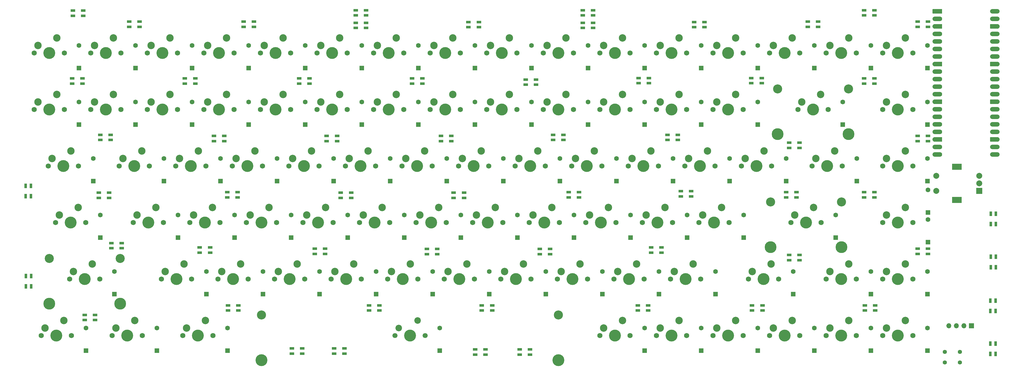
<source format=gbr>
%TF.GenerationSoftware,KiCad,Pcbnew,9.0.2*%
%TF.CreationDate,2025-07-28T10:47:06-04:00*%
%TF.ProjectId,Riptide,52697074-6964-4652-9e6b-696361645f70,rev?*%
%TF.SameCoordinates,Original*%
%TF.FileFunction,Soldermask,Top*%
%TF.FilePolarity,Negative*%
%FSLAX46Y46*%
G04 Gerber Fmt 4.6, Leading zero omitted, Abs format (unit mm)*
G04 Created by KiCad (PCBNEW 9.0.2) date 2025-07-28 10:47:06*
%MOMM*%
%LPD*%
G01*
G04 APERTURE LIST*
G04 Aperture macros list*
%AMRoundRect*
0 Rectangle with rounded corners*
0 $1 Rounding radius*
0 $2 $3 $4 $5 $6 $7 $8 $9 X,Y pos of 4 corners*
0 Add a 4 corners polygon primitive as box body*
4,1,4,$2,$3,$4,$5,$6,$7,$8,$9,$2,$3,0*
0 Add four circle primitives for the rounded corners*
1,1,$1+$1,$2,$3*
1,1,$1+$1,$4,$5*
1,1,$1+$1,$6,$7*
1,1,$1+$1,$8,$9*
0 Add four rect primitives between the rounded corners*
20,1,$1+$1,$2,$3,$4,$5,0*
20,1,$1+$1,$4,$5,$6,$7,0*
20,1,$1+$1,$6,$7,$8,$9,0*
20,1,$1+$1,$8,$9,$2,$3,0*%
%AMFreePoly0*
4,1,37,0.800000,0.796148,0.878414,0.796148,1.032228,0.765552,1.177117,0.705537,1.307515,0.618408,1.418408,0.507515,1.505537,0.377117,1.565552,0.232228,1.596148,0.078414,1.596148,-0.078414,1.565552,-0.232228,1.505537,-0.377117,1.418408,-0.507515,1.307515,-0.618408,1.177117,-0.705537,1.032228,-0.765552,0.878414,-0.796148,0.800000,-0.796148,0.800000,-0.800000,-1.400000,-0.800000,
-1.403843,-0.796157,-1.439018,-0.796157,-1.511114,-0.766294,-1.566294,-0.711114,-1.596157,-0.639018,-1.596157,-0.603843,-1.600000,-0.600000,-1.600000,0.600000,-1.596157,0.603843,-1.596157,0.639018,-1.566294,0.711114,-1.511114,0.766294,-1.439018,0.796157,-1.403843,0.796157,-1.400000,0.800000,0.800000,0.800000,0.800000,0.796148,0.800000,0.796148,$1*%
%AMFreePoly1*
4,1,37,1.403843,0.796157,1.439018,0.796157,1.511114,0.766294,1.566294,0.711114,1.596157,0.639018,1.596157,0.603843,1.600000,0.600000,1.600000,-0.600000,1.596157,-0.603843,1.596157,-0.639018,1.566294,-0.711114,1.511114,-0.766294,1.439018,-0.796157,1.403843,-0.796157,1.400000,-0.800000,-0.800000,-0.800000,-0.800000,-0.796148,-0.878414,-0.796148,-1.032228,-0.765552,-1.177117,-0.705537,
-1.307515,-0.618408,-1.418408,-0.507515,-1.505537,-0.377117,-1.565552,-0.232228,-1.596148,-0.078414,-1.596148,0.078414,-1.565552,0.232228,-1.505537,0.377117,-1.418408,0.507515,-1.307515,0.618408,-1.177117,0.705537,-1.032228,0.765552,-0.878414,0.796148,-0.800000,0.796148,-0.800000,0.800000,1.400000,0.800000,1.403843,0.796157,1.403843,0.796157,$1*%
%AMFreePoly2*
4,1,37,0.603843,0.796157,0.639018,0.796157,0.711114,0.766294,0.766294,0.711114,0.796157,0.639018,0.796157,0.603843,0.800000,0.600000,0.800000,-0.600000,0.796157,-0.603843,0.796157,-0.639018,0.766294,-0.711114,0.711114,-0.766294,0.639018,-0.796157,0.603843,-0.796157,0.600000,-0.800000,0.000000,-0.800000,0.000000,-0.796148,-0.078414,-0.796148,-0.232228,-0.765552,-0.377117,-0.705537,
-0.507515,-0.618408,-0.618408,-0.507515,-0.705537,-0.377117,-0.765552,-0.232228,-0.796148,-0.078414,-0.796148,0.078414,-0.765552,0.232228,-0.705537,0.377117,-0.618408,0.507515,-0.507515,0.618408,-0.377117,0.705537,-0.232228,0.765552,-0.078414,0.796148,0.000000,0.796148,0.000000,0.800000,0.600000,0.800000,0.603843,0.796157,0.603843,0.796157,$1*%
%AMFreePoly3*
4,1,37,0.000000,0.796148,0.078414,0.796148,0.232228,0.765552,0.377117,0.705537,0.507515,0.618408,0.618408,0.507515,0.705537,0.377117,0.765552,0.232228,0.796148,0.078414,0.796148,-0.078414,0.765552,-0.232228,0.705537,-0.377117,0.618408,-0.507515,0.507515,-0.618408,0.377117,-0.705537,0.232228,-0.765552,0.078414,-0.796148,0.000000,-0.796148,0.000000,-0.800000,-0.600000,-0.800000,
-0.603843,-0.796157,-0.639018,-0.796157,-0.711114,-0.766294,-0.766294,-0.711114,-0.796157,-0.639018,-0.796157,-0.603843,-0.800000,-0.600000,-0.800000,0.600000,-0.796157,0.603843,-0.796157,0.639018,-0.766294,0.711114,-0.711114,0.766294,-0.639018,0.796157,-0.603843,0.796157,-0.600000,0.800000,0.000000,0.800000,0.000000,0.796148,0.000000,0.796148,$1*%
G04 Aperture macros list end*
%ADD10C,3.048000*%
%ADD11C,3.987800*%
%ADD12C,1.750000*%
%ADD13C,4.000000*%
%ADD14C,2.500000*%
%ADD15RoundRect,0.250000X0.550000X-0.550000X0.550000X0.550000X-0.550000X0.550000X-0.550000X-0.550000X0*%
%ADD16C,1.600000*%
%ADD17C,1.400000*%
%ADD18R,1.600000X0.850000*%
%ADD19R,0.850000X1.600000*%
%ADD20R,2.000000X2.000000*%
%ADD21C,2.000000*%
%ADD22R,3.200000X2.000000*%
%ADD23C,3.050000*%
%ADD24C,1.700000*%
%ADD25C,2.200000*%
%ADD26FreePoly0,0.000000*%
%ADD27RoundRect,0.200000X-0.600000X-0.600000X0.600000X-0.600000X0.600000X0.600000X-0.600000X0.600000X0*%
%ADD28RoundRect,0.800000X-0.800000X-0.000010X0.800000X-0.000010X0.800000X0.000010X-0.800000X0.000010X0*%
%ADD29FreePoly1,0.000000*%
%ADD30FreePoly2,0.000000*%
%ADD31FreePoly3,0.000000*%
%ADD32R,1.700000X1.700000*%
%ADD33O,1.700000X1.700000*%
G04 APERTURE END LIST*
D10*
%TO.C,SW59*%
X280955750Y-88265000D03*
D11*
X280955750Y-103475000D03*
D12*
X287813750Y-95250000D03*
D13*
X292893750Y-95250000D03*
D12*
X297973750Y-95250000D03*
D10*
X304831750Y-88265000D03*
D11*
X304831750Y-103475000D03*
D14*
X289083750Y-92710000D03*
X295433750Y-90170000D03*
%TD*%
D10*
%TO.C,SW61*%
X38068250Y-107315000D03*
D11*
X38068250Y-122525000D03*
D12*
X44926250Y-114300000D03*
D13*
X50006250Y-114300000D03*
D12*
X55086250Y-114300000D03*
D10*
X61944250Y-107315000D03*
D11*
X61944250Y-122525000D03*
D14*
X46196250Y-111760000D03*
X52546250Y-109220000D03*
%TD*%
D10*
%TO.C,SW30*%
X283337000Y-50165000D03*
D11*
X283337000Y-65375000D03*
D12*
X290195000Y-57150000D03*
D13*
X295275000Y-57150000D03*
D12*
X300355000Y-57150000D03*
D10*
X307213000Y-50165000D03*
D11*
X307213000Y-65375000D03*
D14*
X291465000Y-54610000D03*
X297815000Y-52070000D03*
%TD*%
D15*
%TO.C,D24*%
X76675000Y-81200000D03*
D16*
X76675000Y-73580000D03*
%TD*%
D17*
%TO.C,R2*%
X344740000Y-138800000D03*
X339660000Y-138800000D03*
%TD*%
D18*
%TO.C,LED45*%
X286250000Y-85000000D03*
X286250000Y-86750000D03*
X289750000Y-86750000D03*
X289750000Y-85000000D03*
%TD*%
%TO.C,LED25*%
X122250000Y-46625000D03*
X122250000Y-48375000D03*
X125750000Y-48375000D03*
X125750000Y-46625000D03*
%TD*%
D12*
%TO.C,SW33*%
X61595000Y-76200000D03*
D13*
X66675000Y-76200000D03*
D12*
X71755000Y-76200000D03*
D14*
X62865000Y-73660000D03*
X69215000Y-71120000D03*
%TD*%
D18*
%TO.C,LED7*%
X144750000Y-25375000D03*
X144750000Y-23625000D03*
X141250000Y-23625000D03*
X141250000Y-25375000D03*
%TD*%
D12*
%TO.C,SW63*%
X94932500Y-114300000D03*
D13*
X100012500Y-114300000D03*
D12*
X105092500Y-114300000D03*
D14*
X96202500Y-111760000D03*
X102552500Y-109220000D03*
%TD*%
D18*
%TO.C,LED37*%
X93500000Y-66000000D03*
X93500000Y-67750000D03*
X97000000Y-67750000D03*
X97000000Y-66000000D03*
%TD*%
D15*
%TO.C,D116*%
X333850000Y-43100000D03*
D16*
X333850000Y-35480000D03*
%TD*%
D12*
%TO.C,SW10*%
X204470000Y-38100000D03*
D13*
X209550000Y-38100000D03*
D12*
X214630000Y-38100000D03*
D14*
X205740000Y-35560000D03*
X212090000Y-33020000D03*
%TD*%
D12*
%TO.C,SW77*%
X83026250Y-133350000D03*
D13*
X88106250Y-133350000D03*
D12*
X93186250Y-133350000D03*
D14*
X84296250Y-130810000D03*
X90646250Y-128270000D03*
%TD*%
D18*
%TO.C,LED46*%
X312500000Y-85000000D03*
X312500000Y-86750000D03*
X316000000Y-86750000D03*
X316000000Y-85000000D03*
%TD*%
%TO.C,LED48*%
X287250000Y-106125000D03*
X287250000Y-107875000D03*
X290750000Y-107875000D03*
X290750000Y-106125000D03*
%TD*%
D12*
%TO.C,SW53*%
X161607500Y-95250000D03*
D13*
X166687500Y-95250000D03*
D12*
X171767500Y-95250000D03*
D14*
X162877500Y-92710000D03*
X169227500Y-90170000D03*
%TD*%
D15*
%TO.C,D73*%
X333850000Y-62150000D03*
D16*
X333850000Y-54530000D03*
%TD*%
D17*
%TO.C,R1*%
X344740000Y-142400000D03*
X339660000Y-142400000D03*
%TD*%
D15*
%TO.C,D76*%
X110012500Y-119300000D03*
D16*
X110012500Y-111680000D03*
%TD*%
D15*
%TO.C,D61*%
X334000000Y-91810000D03*
D16*
X334000000Y-84190000D03*
%TD*%
D12*
%TO.C,SW34*%
X80645000Y-76200000D03*
D13*
X85725000Y-76200000D03*
D12*
X90805000Y-76200000D03*
D14*
X81915000Y-73660000D03*
X88265000Y-71120000D03*
%TD*%
D15*
%TO.C,D53*%
X50481250Y-138350000D03*
D16*
X50481250Y-130730000D03*
%TD*%
D18*
%TO.C,LED59*%
X236250000Y-123125000D03*
X236250000Y-124875000D03*
X239750000Y-124875000D03*
X239750000Y-123125000D03*
%TD*%
D15*
%TO.C,D117*%
X181450000Y-62150000D03*
D16*
X181450000Y-54530000D03*
%TD*%
D15*
%TO.C,D18*%
X143350000Y-62150000D03*
D16*
X143350000Y-54530000D03*
%TD*%
D18*
%TO.C,LED11*%
X119750000Y-137625000D03*
X119750000Y-139375000D03*
X123250000Y-139375000D03*
X123250000Y-137625000D03*
%TD*%
%TO.C,LED53*%
X88750000Y-103625000D03*
X88750000Y-105375000D03*
X92250000Y-105375000D03*
X92250000Y-103625000D03*
%TD*%
%TO.C,LED44*%
X250750000Y-84625000D03*
X250750000Y-86375000D03*
X254250000Y-86375000D03*
X254250000Y-84625000D03*
%TD*%
D15*
%TO.C,D30*%
X248125000Y-81200000D03*
D16*
X248125000Y-73580000D03*
%TD*%
D15*
%TO.C,D26*%
X114775000Y-81200000D03*
D16*
X114775000Y-73580000D03*
%TD*%
D12*
%TO.C,SW13*%
X261620000Y-38100000D03*
D13*
X266700000Y-38100000D03*
D12*
X271780000Y-38100000D03*
D14*
X262890000Y-35560000D03*
X269240000Y-33020000D03*
%TD*%
D12*
%TO.C,SW51*%
X123507500Y-95250000D03*
D13*
X128587500Y-95250000D03*
D12*
X133667500Y-95250000D03*
D14*
X124777500Y-92710000D03*
X131127500Y-90170000D03*
%TD*%
D12*
%TO.C,SW44*%
X271145000Y-76200000D03*
D13*
X276225000Y-76200000D03*
D12*
X281305000Y-76200000D03*
D14*
X272415000Y-73660000D03*
X278765000Y-71120000D03*
%TD*%
D12*
%TO.C,SW1*%
X33020000Y-38100000D03*
D13*
X38100000Y-38100000D03*
D12*
X43180000Y-38100000D03*
D14*
X34290000Y-35560000D03*
X40640000Y-33020000D03*
%TD*%
D18*
%TO.C,LED26*%
X160250000Y-46625000D03*
X160250000Y-48375000D03*
X163750000Y-48375000D03*
X163750000Y-46625000D03*
%TD*%
D15*
%TO.C,D62*%
X195737500Y-100250000D03*
D16*
X195737500Y-92630000D03*
%TD*%
D12*
%TO.C,SW22*%
X128270000Y-57150000D03*
D13*
X133350000Y-57150000D03*
D12*
X138430000Y-57150000D03*
D14*
X129540000Y-54610000D03*
X135890000Y-52070000D03*
%TD*%
D15*
%TO.C,D50*%
X171925000Y-81200000D03*
D16*
X171925000Y-73580000D03*
%TD*%
D15*
%TO.C,D34*%
X305275000Y-62150000D03*
D16*
X305275000Y-54530000D03*
%TD*%
D15*
%TO.C,D42*%
X302893750Y-100250000D03*
D16*
X302893750Y-92630000D03*
%TD*%
D18*
%TO.C,LED16*%
X293500000Y-27500000D03*
X293500000Y-29250000D03*
X297000000Y-29250000D03*
X297000000Y-27500000D03*
%TD*%
D12*
%TO.C,SW43*%
X252095000Y-76200000D03*
D13*
X257175000Y-76200000D03*
D12*
X262255000Y-76200000D03*
D14*
X253365000Y-73660000D03*
X259715000Y-71120000D03*
%TD*%
D15*
%TO.C,D19*%
X200500000Y-62150000D03*
D16*
X200500000Y-54530000D03*
%TD*%
D19*
%TO.C,LED4*%
X355125000Y-95750000D03*
X356875000Y-95750000D03*
X356875000Y-92250000D03*
X355125000Y-92250000D03*
%TD*%
D18*
%TO.C,LED33*%
X246250000Y-65625000D03*
X246250000Y-67375000D03*
X249750000Y-67375000D03*
X249750000Y-65625000D03*
%TD*%
%TO.C,LED61*%
X312750000Y-123125000D03*
X312750000Y-124875000D03*
X316250000Y-124875000D03*
X316250000Y-123125000D03*
%TD*%
D15*
%TO.C,D31*%
X267175000Y-81200000D03*
D16*
X267175000Y-73580000D03*
%TD*%
D12*
%TO.C,SW37*%
X137795000Y-76200000D03*
D13*
X142875000Y-76200000D03*
D12*
X147955000Y-76200000D03*
D14*
X139065000Y-73660000D03*
X145415000Y-71120000D03*
%TD*%
D12*
%TO.C,SW31*%
X318770000Y-57150000D03*
D13*
X323850000Y-57150000D03*
D12*
X328930000Y-57150000D03*
D14*
X320040000Y-54610000D03*
X326390000Y-52070000D03*
%TD*%
D18*
%TO.C,LED32*%
X287250000Y-68325000D03*
X287250000Y-70075000D03*
X290750000Y-70075000D03*
X290750000Y-68325000D03*
%TD*%
D12*
%TO.C,SW69*%
X209232500Y-114300000D03*
D13*
X214312500Y-114300000D03*
D12*
X219392500Y-114300000D03*
D14*
X210502500Y-111760000D03*
X216852500Y-109220000D03*
%TD*%
D15*
%TO.C,D123*%
X288606250Y-119300000D03*
D16*
X288606250Y-111680000D03*
%TD*%
D18*
%TO.C,LED55*%
X50000000Y-126325000D03*
X50000000Y-128075000D03*
X53500000Y-128075000D03*
X53500000Y-126325000D03*
%TD*%
%TO.C,LED22*%
X65000000Y-27500000D03*
X65000000Y-29250000D03*
X68500000Y-29250000D03*
X68500000Y-27500000D03*
%TD*%
D12*
%TO.C,SW64*%
X113982500Y-114300000D03*
D13*
X119062500Y-114300000D03*
D12*
X124142500Y-114300000D03*
D14*
X115252500Y-111760000D03*
X121602500Y-109220000D03*
%TD*%
D15*
%TO.C,D48*%
X205262500Y-119300000D03*
D16*
X205262500Y-111680000D03*
%TD*%
D18*
%TO.C,LED49*%
X240750000Y-103625000D03*
X240750000Y-105375000D03*
X244250000Y-105375000D03*
X244250000Y-103625000D03*
%TD*%
D15*
%TO.C,D106*%
X238600000Y-138350000D03*
D16*
X238600000Y-130730000D03*
%TD*%
D12*
%TO.C,SW75*%
X35401250Y-133350000D03*
D13*
X40481250Y-133350000D03*
D12*
X45561250Y-133350000D03*
D14*
X36671250Y-130810000D03*
X43021250Y-128270000D03*
%TD*%
D15*
%TO.C,D20*%
X219550000Y-62150000D03*
D16*
X219550000Y-54530000D03*
%TD*%
D12*
%TO.C,SW54*%
X180657500Y-95250000D03*
D13*
X185737500Y-95250000D03*
D12*
X190817500Y-95250000D03*
D14*
X181927500Y-92710000D03*
X188277500Y-90170000D03*
%TD*%
D15*
%TO.C,D1*%
X48100000Y-43100000D03*
D16*
X48100000Y-35480000D03*
%TD*%
D18*
%TO.C,LED36*%
X131500000Y-66000000D03*
X131500000Y-67750000D03*
X135000000Y-67750000D03*
X135000000Y-66000000D03*
%TD*%
D15*
%TO.C,D97*%
X162400000Y-43100000D03*
D16*
X162400000Y-35480000D03*
%TD*%
D15*
%TO.C,D68*%
X90962500Y-119300000D03*
D16*
X90962500Y-111680000D03*
%TD*%
D12*
%TO.C,SW17*%
X33020000Y-57150000D03*
D13*
X38100000Y-57150000D03*
D12*
X43180000Y-57150000D03*
D14*
X34290000Y-54610000D03*
X40640000Y-52070000D03*
%TD*%
D18*
%TO.C,LED14*%
X196500000Y-138000000D03*
X196500000Y-139750000D03*
X200000000Y-139750000D03*
X200000000Y-138000000D03*
%TD*%
D19*
%TO.C,LED9*%
X31875000Y-82822500D03*
X30125000Y-82822500D03*
X30125000Y-86322500D03*
X31875000Y-86322500D03*
%TD*%
D15*
%TO.C,D75*%
X214787500Y-100250000D03*
D16*
X214787500Y-92630000D03*
%TD*%
D12*
%TO.C,SW81*%
X261620000Y-133350000D03*
D13*
X266700000Y-133350000D03*
D12*
X271780000Y-133350000D03*
D14*
X262890000Y-130810000D03*
X269240000Y-128270000D03*
%TD*%
D15*
%TO.C,D115*%
X181450000Y-43100000D03*
D16*
X181450000Y-35480000D03*
%TD*%
D12*
%TO.C,SW7*%
X147320000Y-38100000D03*
D13*
X152400000Y-38100000D03*
D12*
X157480000Y-38100000D03*
D14*
X148590000Y-35560000D03*
X154940000Y-33020000D03*
%TD*%
D18*
%TO.C,LED42*%
X174250000Y-85125000D03*
X174250000Y-86875000D03*
X177750000Y-86875000D03*
X177750000Y-85125000D03*
%TD*%
%TO.C,LED23*%
X45750000Y-46625000D03*
X45750000Y-48375000D03*
X49250000Y-48375000D03*
X49250000Y-46625000D03*
%TD*%
D15*
%TO.C,D45*%
X148112500Y-119300000D03*
D16*
X148112500Y-111680000D03*
%TD*%
D18*
%TO.C,LED24*%
X83750000Y-46625000D03*
X83750000Y-48375000D03*
X87250000Y-48375000D03*
X87250000Y-46625000D03*
%TD*%
D12*
%TO.C,SW52*%
X142557500Y-95250000D03*
D13*
X147637500Y-95250000D03*
D12*
X152717500Y-95250000D03*
D14*
X143827500Y-92710000D03*
X150177500Y-90170000D03*
%TD*%
D18*
%TO.C,LED18*%
X217750000Y-27875000D03*
X217750000Y-29625000D03*
X221250000Y-29625000D03*
X221250000Y-27875000D03*
%TD*%
%TO.C,LED30*%
X312500000Y-46625000D03*
X312500000Y-48375000D03*
X316000000Y-48375000D03*
X316000000Y-46625000D03*
%TD*%
D15*
%TO.C,D124*%
X257650000Y-138350000D03*
D16*
X257650000Y-130730000D03*
%TD*%
D18*
%TO.C,LED43*%
X213000000Y-85000000D03*
X213000000Y-86750000D03*
X216500000Y-86750000D03*
X216500000Y-85000000D03*
%TD*%
D12*
%TO.C,SW82*%
X280670000Y-133350000D03*
D13*
X285750000Y-133350000D03*
D12*
X290830000Y-133350000D03*
D14*
X281940000Y-130810000D03*
X288290000Y-128270000D03*
%TD*%
D12*
%TO.C,SW72*%
X273526250Y-114300000D03*
D13*
X278606250Y-114300000D03*
D12*
X283686250Y-114300000D03*
D14*
X274796250Y-111760000D03*
X281146250Y-109220000D03*
%TD*%
D18*
%TO.C,LED28*%
X236500000Y-46500000D03*
X236500000Y-48250000D03*
X240000000Y-48250000D03*
X240000000Y-46500000D03*
%TD*%
D12*
%TO.C,SW79*%
X223520000Y-133350000D03*
D13*
X228600000Y-133350000D03*
D12*
X233680000Y-133350000D03*
D14*
X224790000Y-130810000D03*
X231140000Y-128270000D03*
%TD*%
D18*
%TO.C,LED15*%
X330500000Y-27500000D03*
X330500000Y-29250000D03*
X334000000Y-29250000D03*
X334000000Y-27500000D03*
%TD*%
D12*
%TO.C,SW21*%
X109220000Y-57150000D03*
D13*
X114300000Y-57150000D03*
D12*
X119380000Y-57150000D03*
D14*
X110490000Y-54610000D03*
X116840000Y-52070000D03*
%TD*%
D15*
%TO.C,D7*%
X200500000Y-43100000D03*
D16*
X200500000Y-35480000D03*
%TD*%
D15*
%TO.C,D32*%
X286225000Y-81200000D03*
D16*
X286225000Y-73580000D03*
%TD*%
D12*
%TO.C,SW6*%
X128270000Y-38100000D03*
D13*
X133350000Y-38100000D03*
D12*
X138430000Y-38100000D03*
D14*
X129540000Y-35560000D03*
X135890000Y-33020000D03*
%TD*%
D19*
%TO.C,LED1*%
X355000000Y-139500000D03*
X356750000Y-139500000D03*
X356750000Y-136000000D03*
X355000000Y-136000000D03*
%TD*%
D18*
%TO.C,LED47*%
X330500000Y-104000000D03*
X330500000Y-105750000D03*
X334000000Y-105750000D03*
X334000000Y-104000000D03*
%TD*%
D15*
%TO.C,D2*%
X67150000Y-43100000D03*
D16*
X67150000Y-35480000D03*
%TD*%
D15*
%TO.C,D46*%
X167162500Y-119300000D03*
D16*
X167162500Y-111680000D03*
%TD*%
D12*
%TO.C,SW45*%
X294957500Y-76200000D03*
D13*
X300037500Y-76200000D03*
D12*
X305117500Y-76200000D03*
D14*
X296227500Y-73660000D03*
X302577500Y-71120000D03*
%TD*%
D12*
%TO.C,SW5*%
X109220000Y-38100000D03*
D13*
X114300000Y-38100000D03*
D12*
X119380000Y-38100000D03*
D14*
X110490000Y-35560000D03*
X116840000Y-33020000D03*
%TD*%
D15*
%TO.C,D119*%
X210025000Y-81200000D03*
D16*
X210025000Y-73580000D03*
%TD*%
D12*
%TO.C,SW57*%
X237807500Y-95250000D03*
D13*
X242887500Y-95250000D03*
D12*
X247967500Y-95250000D03*
D14*
X239077500Y-92710000D03*
X245427500Y-90170000D03*
%TD*%
D18*
%TO.C,LED31*%
X330500000Y-66000000D03*
X330500000Y-67750000D03*
X334000000Y-67750000D03*
X334000000Y-66000000D03*
%TD*%
D15*
%TO.C,D13*%
X48100000Y-62150000D03*
D16*
X48100000Y-54530000D03*
%TD*%
D15*
%TO.C,D47*%
X186212500Y-119300000D03*
D16*
X186212500Y-111680000D03*
%TD*%
D12*
%TO.C,SW58*%
X256857500Y-95250000D03*
D13*
X261937500Y-95250000D03*
D12*
X267017500Y-95250000D03*
D14*
X258127500Y-92710000D03*
X264477500Y-90170000D03*
%TD*%
D12*
%TO.C,SW83*%
X299720000Y-133350000D03*
D13*
X304800000Y-133350000D03*
D12*
X309880000Y-133350000D03*
D14*
X300990000Y-130810000D03*
X307340000Y-128270000D03*
%TD*%
D12*
%TO.C,SW84*%
X318770000Y-133350000D03*
D13*
X323850000Y-133350000D03*
D12*
X328930000Y-133350000D03*
D14*
X320040000Y-130810000D03*
X326390000Y-128270000D03*
%TD*%
D12*
%TO.C,SW48*%
X66357500Y-95250000D03*
D13*
X71437500Y-95250000D03*
D12*
X76517500Y-95250000D03*
D14*
X67627500Y-92710000D03*
X73977500Y-90170000D03*
%TD*%
D19*
%TO.C,LED3*%
X355125000Y-110250000D03*
X356875000Y-110250000D03*
X356875000Y-106750000D03*
X355125000Y-106750000D03*
%TD*%
D20*
%TO.C,SW85*%
X351250000Y-84500000D03*
D21*
X351250000Y-79500000D03*
X351250000Y-82000000D03*
D22*
X343750000Y-87600000D03*
X343750000Y-76400000D03*
D21*
X336750000Y-79500000D03*
X336750000Y-84500000D03*
%TD*%
D15*
%TO.C,D121*%
X233837500Y-100250000D03*
D16*
X233837500Y-92630000D03*
%TD*%
D15*
%TO.C,D35*%
X100487500Y-100250000D03*
D16*
X100487500Y-92630000D03*
%TD*%
D12*
%TO.C,SW68*%
X190182500Y-114300000D03*
D13*
X195262500Y-114300000D03*
D12*
X200342500Y-114300000D03*
D14*
X191452500Y-111760000D03*
X197802500Y-109220000D03*
%TD*%
D15*
%TO.C,D51*%
X314800000Y-119300000D03*
D16*
X314800000Y-111680000D03*
%TD*%
D15*
%TO.C,D28*%
X152875000Y-81200000D03*
D16*
X152875000Y-73580000D03*
%TD*%
D12*
%TO.C,SW28*%
X242570000Y-57150000D03*
D13*
X247650000Y-57150000D03*
D12*
X252730000Y-57150000D03*
D14*
X243840000Y-54610000D03*
X250190000Y-52070000D03*
%TD*%
D19*
%TO.C,LED2*%
X355000000Y-125000000D03*
X356750000Y-125000000D03*
X356750000Y-121500000D03*
X355000000Y-121500000D03*
%TD*%
D12*
%TO.C,SW8*%
X166370000Y-38100000D03*
D13*
X171450000Y-38100000D03*
D12*
X176530000Y-38100000D03*
D14*
X167640000Y-35560000D03*
X173990000Y-33020000D03*
%TD*%
D15*
%TO.C,D11*%
X276700000Y-43100000D03*
D16*
X276700000Y-35480000D03*
%TD*%
D18*
%TO.C,LED8*%
X49500000Y-25500000D03*
X49500000Y-23750000D03*
X46000000Y-23750000D03*
X46000000Y-25500000D03*
%TD*%
D12*
%TO.C,SW16*%
X318770000Y-38100000D03*
D13*
X323850000Y-38100000D03*
D12*
X328930000Y-38100000D03*
D14*
X320040000Y-35560000D03*
X326390000Y-33020000D03*
%TD*%
D15*
%TO.C,D17*%
X124300000Y-62150000D03*
D16*
X124300000Y-54530000D03*
%TD*%
D15*
%TO.C,D43*%
X334000000Y-101810000D03*
D16*
X334000000Y-94190000D03*
%TD*%
D15*
%TO.C,D16*%
X105250000Y-62150000D03*
D16*
X105250000Y-54530000D03*
%TD*%
D15*
%TO.C,D85*%
X169543750Y-138350000D03*
D16*
X169543750Y-130730000D03*
%TD*%
D15*
%TO.C,D12*%
X295750000Y-43100000D03*
D16*
X295750000Y-35480000D03*
%TD*%
D12*
%TO.C,SW15*%
X299720000Y-38100000D03*
D13*
X304800000Y-38100000D03*
D12*
X309880000Y-38100000D03*
D14*
X300990000Y-35560000D03*
X307340000Y-33020000D03*
%TD*%
D12*
%TO.C,SW76*%
X59213750Y-133350000D03*
D13*
X64293750Y-133350000D03*
D12*
X69373750Y-133350000D03*
D14*
X60483750Y-130810000D03*
X66833750Y-128270000D03*
%TD*%
D15*
%TO.C,D41*%
X271937500Y-100250000D03*
D16*
X271937500Y-92630000D03*
%TD*%
D15*
%TO.C,D102*%
X55243750Y-100250000D03*
D16*
X55243750Y-92630000D03*
%TD*%
D12*
%TO.C,SW25*%
X185420000Y-57150000D03*
D13*
X190500000Y-57150000D03*
D12*
X195580000Y-57150000D03*
D14*
X186690000Y-54610000D03*
X193040000Y-52070000D03*
%TD*%
D15*
%TO.C,D21*%
X238600000Y-62150000D03*
D16*
X238600000Y-54530000D03*
%TD*%
D12*
%TO.C,SW62*%
X75882500Y-114300000D03*
D13*
X80962500Y-114300000D03*
D12*
X86042500Y-114300000D03*
D14*
X77152500Y-111760000D03*
X83502500Y-109220000D03*
%TD*%
D15*
%TO.C,D79*%
X243362500Y-119300000D03*
D16*
X243362500Y-111680000D03*
%TD*%
D12*
%TO.C,SW55*%
X199707500Y-95250000D03*
D13*
X204787500Y-95250000D03*
D12*
X209867500Y-95250000D03*
D14*
X200977500Y-92710000D03*
X207327500Y-90170000D03*
%TD*%
D15*
%TO.C,D74*%
X190975000Y-81200000D03*
D16*
X190975000Y-73580000D03*
%TD*%
D12*
%TO.C,SW49*%
X85407500Y-95250000D03*
D13*
X90487500Y-95250000D03*
D12*
X95567500Y-95250000D03*
D14*
X86677500Y-92710000D03*
X93027500Y-90170000D03*
%TD*%
D15*
%TO.C,D118*%
X52862500Y-81200000D03*
D16*
X52862500Y-73580000D03*
%TD*%
D15*
%TO.C,D9*%
X238600000Y-43100000D03*
D16*
X238600000Y-35480000D03*
%TD*%
D12*
%TO.C,SW38*%
X156845000Y-76200000D03*
D13*
X161925000Y-76200000D03*
D12*
X167005000Y-76200000D03*
D14*
X158115000Y-73660000D03*
X164465000Y-71120000D03*
%TD*%
D18*
%TO.C,LED17*%
X255250000Y-27625000D03*
X255250000Y-29375000D03*
X258750000Y-29375000D03*
X258750000Y-27625000D03*
%TD*%
%TO.C,LED54*%
X59000000Y-102125000D03*
X59000000Y-103875000D03*
X62500000Y-103875000D03*
X62500000Y-102125000D03*
%TD*%
D12*
%TO.C,SW29*%
X261620000Y-57150000D03*
D13*
X266700000Y-57150000D03*
D12*
X271780000Y-57150000D03*
D14*
X262890000Y-54610000D03*
X269240000Y-52070000D03*
%TD*%
D12*
%TO.C,SW71*%
X247332500Y-114300000D03*
D13*
X252412500Y-114300000D03*
D12*
X257492500Y-114300000D03*
D14*
X248602500Y-111760000D03*
X254952500Y-109220000D03*
%TD*%
D15*
%TO.C,D55*%
X98106250Y-138350000D03*
D16*
X98106250Y-130730000D03*
%TD*%
D18*
%TO.C,LED20*%
X141250000Y-27875000D03*
X141250000Y-29625000D03*
X144750000Y-29625000D03*
X144750000Y-27875000D03*
%TD*%
D15*
%TO.C,D60*%
X333850000Y-138350000D03*
D16*
X333850000Y-130730000D03*
%TD*%
D12*
%TO.C,SW14*%
X280670000Y-38100000D03*
D13*
X285750000Y-38100000D03*
D12*
X290830000Y-38100000D03*
D14*
X281940000Y-35560000D03*
X288290000Y-33020000D03*
%TD*%
D12*
%TO.C,SW27*%
X223520000Y-57150000D03*
D13*
X228600000Y-57150000D03*
D12*
X233680000Y-57150000D03*
D14*
X224790000Y-54610000D03*
X231140000Y-52070000D03*
%TD*%
D18*
%TO.C,LED39*%
X54750000Y-85125000D03*
X54750000Y-86875000D03*
X58250000Y-86875000D03*
X58250000Y-85125000D03*
%TD*%
D12*
%TO.C,SW65*%
X133032500Y-114300000D03*
D13*
X138112500Y-114300000D03*
D12*
X143192500Y-114300000D03*
D14*
X134302500Y-111760000D03*
X140652500Y-109220000D03*
%TD*%
D12*
%TO.C,SW40*%
X194945000Y-76200000D03*
D13*
X200025000Y-76200000D03*
D12*
X205105000Y-76200000D03*
D14*
X196215000Y-73660000D03*
X202565000Y-71120000D03*
%TD*%
D23*
%TO.C,SW78*%
X109543750Y-126350000D03*
D13*
X109543750Y-141590000D03*
D24*
X154463750Y-133350000D03*
D13*
X159543750Y-133350000D03*
D24*
X164623750Y-133350000D03*
D23*
X209543750Y-126350000D03*
D13*
X209543750Y-141590000D03*
D25*
X162083750Y-128270000D03*
X155733750Y-130810000D03*
%TD*%
D26*
%TO.C,A1*%
X337135000Y-23967500D03*
D27*
X337935000Y-23967500D03*
D28*
X337135000Y-26507500D03*
D16*
X337935000Y-26507500D03*
D29*
X337135000Y-29047500D03*
D30*
X337935000Y-29047500D03*
D28*
X337135000Y-31587500D03*
D16*
X337935000Y-31587500D03*
D28*
X337135000Y-34127500D03*
D16*
X337935000Y-34127500D03*
D28*
X337135000Y-36667500D03*
D16*
X337935000Y-36667500D03*
D28*
X337135000Y-39207500D03*
D16*
X337935000Y-39207500D03*
D29*
X337135000Y-41747500D03*
D30*
X337935000Y-41747500D03*
D28*
X337135000Y-44287500D03*
D16*
X337935000Y-44287500D03*
D28*
X337135000Y-46827500D03*
D16*
X337935000Y-46827500D03*
D28*
X337135000Y-49367500D03*
D16*
X337935000Y-49367500D03*
D28*
X337135000Y-51907500D03*
D16*
X337935000Y-51907500D03*
D29*
X337135000Y-54447500D03*
D30*
X337935000Y-54447500D03*
D28*
X337135000Y-56987500D03*
D16*
X337935000Y-56987500D03*
D28*
X337135000Y-59527500D03*
D16*
X337935000Y-59527500D03*
D28*
X337135000Y-62067500D03*
D16*
X337935000Y-62067500D03*
D28*
X337135000Y-64607500D03*
D16*
X337935000Y-64607500D03*
D29*
X337135000Y-67147500D03*
D30*
X337935000Y-67147500D03*
D28*
X337135000Y-69687500D03*
D16*
X337935000Y-69687500D03*
D28*
X337135000Y-72227500D03*
D16*
X337935000Y-72227500D03*
X355715000Y-72227500D03*
D28*
X356515000Y-72227500D03*
D16*
X355715000Y-69687500D03*
D28*
X356515000Y-69687500D03*
D31*
X355715000Y-67147500D03*
D26*
X356515000Y-67147500D03*
D16*
X355715000Y-64607500D03*
D28*
X356515000Y-64607500D03*
D16*
X355715000Y-62067500D03*
D28*
X356515000Y-62067500D03*
D16*
X355715000Y-59527500D03*
D28*
X356515000Y-59527500D03*
D16*
X355715000Y-56987500D03*
D28*
X356515000Y-56987500D03*
D31*
X355715000Y-54447500D03*
D26*
X356515000Y-54447500D03*
D16*
X355715000Y-51907500D03*
D28*
X356515000Y-51907500D03*
D16*
X355715000Y-49367500D03*
D28*
X356515000Y-49367500D03*
D16*
X355715000Y-46827500D03*
D28*
X356515000Y-46827500D03*
D16*
X355715000Y-44287500D03*
D28*
X356515000Y-44287500D03*
D31*
X355715000Y-41747500D03*
D26*
X356515000Y-41747500D03*
D16*
X355715000Y-39207500D03*
D28*
X356515000Y-39207500D03*
D16*
X355715000Y-36667500D03*
D28*
X356515000Y-36667500D03*
D16*
X355715000Y-34127500D03*
D28*
X356515000Y-34127500D03*
D16*
X355715000Y-31587500D03*
D28*
X356515000Y-31587500D03*
D31*
X355715000Y-29047500D03*
D26*
X356515000Y-29047500D03*
D16*
X355715000Y-26507500D03*
D28*
X356515000Y-26507500D03*
D16*
X355715000Y-23967500D03*
D28*
X356515000Y-23967500D03*
%TD*%
D18*
%TO.C,LED58*%
X183750000Y-123125000D03*
X183750000Y-124875000D03*
X187250000Y-124875000D03*
X187250000Y-123125000D03*
%TD*%
%TO.C,LED6*%
X221250000Y-25375000D03*
X221250000Y-23625000D03*
X217750000Y-23625000D03*
X217750000Y-25375000D03*
%TD*%
%TO.C,LED13*%
X181500000Y-138000000D03*
X181500000Y-139750000D03*
X185000000Y-139750000D03*
X185000000Y-138000000D03*
%TD*%
%TO.C,LED60*%
X274750000Y-123125000D03*
X274750000Y-124875000D03*
X278250000Y-124875000D03*
X278250000Y-123125000D03*
%TD*%
D12*
%TO.C,SW56*%
X218757500Y-95250000D03*
D13*
X223837500Y-95250000D03*
D12*
X228917500Y-95250000D03*
D14*
X220027500Y-92710000D03*
X226377500Y-90170000D03*
%TD*%
D12*
%TO.C,SW36*%
X118745000Y-76200000D03*
D13*
X123825000Y-76200000D03*
D12*
X128905000Y-76200000D03*
D14*
X120015000Y-73660000D03*
X126365000Y-71120000D03*
%TD*%
D15*
%TO.C,D44*%
X60006250Y-119300000D03*
D16*
X60006250Y-111680000D03*
%TD*%
D15*
%TO.C,D25*%
X95725000Y-81200000D03*
D16*
X95725000Y-73580000D03*
%TD*%
D12*
%TO.C,SW20*%
X90170000Y-57150000D03*
D13*
X95250000Y-57150000D03*
D12*
X100330000Y-57150000D03*
D14*
X91440000Y-54610000D03*
X97790000Y-52070000D03*
%TD*%
D15*
%TO.C,D54*%
X74293750Y-138350000D03*
D16*
X74293750Y-130730000D03*
%TD*%
D12*
%TO.C,SW18*%
X52070000Y-57150000D03*
D13*
X57150000Y-57150000D03*
D12*
X62230000Y-57150000D03*
D14*
X53340000Y-54610000D03*
X59690000Y-52070000D03*
%TD*%
D12*
%TO.C,SW3*%
X71120000Y-38100000D03*
D13*
X76200000Y-38100000D03*
D12*
X81280000Y-38100000D03*
D14*
X72390000Y-35560000D03*
X78740000Y-33020000D03*
%TD*%
D12*
%TO.C,SW47*%
X40163750Y-95250000D03*
D13*
X45243750Y-95250000D03*
D12*
X50323750Y-95250000D03*
D14*
X41433750Y-92710000D03*
X47783750Y-90170000D03*
%TD*%
D12*
%TO.C,SW24*%
X166370000Y-57150000D03*
D13*
X171450000Y-57150000D03*
D12*
X176530000Y-57150000D03*
D14*
X167640000Y-54610000D03*
X173990000Y-52070000D03*
%TD*%
D12*
%TO.C,SW39*%
X175895000Y-76200000D03*
D13*
X180975000Y-76200000D03*
D12*
X186055000Y-76200000D03*
D14*
X177165000Y-73660000D03*
X183515000Y-71120000D03*
%TD*%
D12*
%TO.C,SW67*%
X171132500Y-114300000D03*
D13*
X176212500Y-114300000D03*
D12*
X181292500Y-114300000D03*
D14*
X172402500Y-111760000D03*
X178752500Y-109220000D03*
%TD*%
D18*
%TO.C,LED29*%
X274500000Y-46500000D03*
X274500000Y-48250000D03*
X278000000Y-48250000D03*
X278000000Y-46500000D03*
%TD*%
D12*
%TO.C,SW35*%
X99695000Y-76200000D03*
D13*
X104775000Y-76200000D03*
D12*
X109855000Y-76200000D03*
D14*
X100965000Y-73660000D03*
X107315000Y-71120000D03*
%TD*%
D18*
%TO.C,LED35*%
X170000000Y-66000000D03*
X170000000Y-67750000D03*
X173500000Y-67750000D03*
X173500000Y-66000000D03*
%TD*%
D15*
%TO.C,D5*%
X124300000Y-43100000D03*
D16*
X124300000Y-35480000D03*
%TD*%
D15*
%TO.C,D22*%
X257650000Y-62150000D03*
D16*
X257650000Y-54530000D03*
%TD*%
D18*
%TO.C,LED19*%
X179250000Y-27625000D03*
X179250000Y-29375000D03*
X182750000Y-29375000D03*
X182750000Y-27625000D03*
%TD*%
%TO.C,LED50*%
X203250000Y-104125000D03*
X203250000Y-105875000D03*
X206750000Y-105875000D03*
X206750000Y-104125000D03*
%TD*%
D15*
%TO.C,D33*%
X310037500Y-81200000D03*
D16*
X310037500Y-73580000D03*
%TD*%
D18*
%TO.C,LED27*%
X198500000Y-47000000D03*
X198500000Y-48750000D03*
X202000000Y-48750000D03*
X202000000Y-47000000D03*
%TD*%
D12*
%TO.C,SW26*%
X204470000Y-57150000D03*
D13*
X209550000Y-57150000D03*
D12*
X214630000Y-57150000D03*
D14*
X205740000Y-54610000D03*
X212090000Y-52070000D03*
%TD*%
D12*
%TO.C,SW41*%
X213995000Y-76200000D03*
D13*
X219075000Y-76200000D03*
D12*
X224155000Y-76200000D03*
D14*
X215265000Y-73660000D03*
X221615000Y-71120000D03*
%TD*%
D18*
%TO.C,LED56*%
X98250000Y-123125000D03*
X98250000Y-124875000D03*
X101750000Y-124875000D03*
X101750000Y-123125000D03*
%TD*%
D12*
%TO.C,SW4*%
X90170000Y-38100000D03*
D13*
X95250000Y-38100000D03*
D12*
X100330000Y-38100000D03*
D14*
X91440000Y-35560000D03*
X97790000Y-33020000D03*
%TD*%
D15*
%TO.C,D29*%
X229075000Y-81200000D03*
D16*
X229075000Y-73580000D03*
%TD*%
D12*
%TO.C,SW11*%
X223520000Y-38100000D03*
D13*
X228600000Y-38100000D03*
D12*
X233680000Y-38100000D03*
D14*
X224790000Y-35560000D03*
X231140000Y-33020000D03*
%TD*%
D12*
%TO.C,SW12*%
X242570000Y-38100000D03*
D13*
X247650000Y-38100000D03*
D12*
X252730000Y-38100000D03*
D14*
X243840000Y-35560000D03*
X250190000Y-33020000D03*
%TD*%
D12*
%TO.C,SW70*%
X228282500Y-114300000D03*
D13*
X233362500Y-114300000D03*
D12*
X238442500Y-114300000D03*
D14*
X229552500Y-111760000D03*
X235902500Y-109220000D03*
%TD*%
D12*
%TO.C,SW66*%
X152082500Y-114300000D03*
D13*
X157162500Y-114300000D03*
D12*
X162242500Y-114300000D03*
D14*
X153352500Y-111760000D03*
X159702500Y-109220000D03*
%TD*%
D15*
%TO.C,D98*%
X314800000Y-43100000D03*
D16*
X314800000Y-35480000D03*
%TD*%
D18*
%TO.C,LED51*%
X165250000Y-104125000D03*
X165250000Y-105875000D03*
X168750000Y-105875000D03*
X168750000Y-104125000D03*
%TD*%
D32*
%TO.C,U2*%
X348620000Y-130000000D03*
D33*
X346080000Y-130000000D03*
X343540000Y-130000000D03*
X341000000Y-130000000D03*
%TD*%
D15*
%TO.C,D10*%
X257650000Y-43100000D03*
D16*
X257650000Y-35480000D03*
%TD*%
D18*
%TO.C,LED41*%
X136250000Y-85125000D03*
X136250000Y-86875000D03*
X139750000Y-86875000D03*
X139750000Y-85125000D03*
%TD*%
D12*
%TO.C,SW60*%
X318770000Y-95250000D03*
D13*
X323850000Y-95250000D03*
D12*
X328930000Y-95250000D03*
D14*
X320040000Y-92710000D03*
X326390000Y-90170000D03*
%TD*%
D12*
%TO.C,SW19*%
X71120000Y-57150000D03*
D13*
X76200000Y-57150000D03*
D12*
X81280000Y-57150000D03*
D14*
X72390000Y-54610000D03*
X78740000Y-52070000D03*
%TD*%
D12*
%TO.C,SW32*%
X37782500Y-76200000D03*
D13*
X42862500Y-76200000D03*
D12*
X47942500Y-76200000D03*
D14*
X39052500Y-73660000D03*
X45402500Y-71120000D03*
%TD*%
D15*
%TO.C,D49*%
X224312500Y-119300000D03*
D16*
X224312500Y-111680000D03*
%TD*%
D15*
%TO.C,D37*%
X138587500Y-100250000D03*
D16*
X138587500Y-92630000D03*
%TD*%
D15*
%TO.C,D59*%
X314800000Y-138350000D03*
D16*
X314800000Y-130730000D03*
%TD*%
D12*
%TO.C,SW73*%
X299720000Y-114300000D03*
D13*
X304800000Y-114300000D03*
D12*
X309880000Y-114300000D03*
D14*
X300990000Y-111760000D03*
X307340000Y-109220000D03*
%TD*%
D15*
%TO.C,D40*%
X252887500Y-100250000D03*
D16*
X252887500Y-92630000D03*
%TD*%
D12*
%TO.C,SW9*%
X185420000Y-38100000D03*
D13*
X190500000Y-38100000D03*
D12*
X195580000Y-38100000D03*
D14*
X186690000Y-35560000D03*
X193040000Y-33020000D03*
%TD*%
D15*
%TO.C,D56*%
X333850000Y-81200000D03*
D16*
X333850000Y-73580000D03*
%TD*%
D15*
%TO.C,D23*%
X276700000Y-62150000D03*
D16*
X276700000Y-54530000D03*
%TD*%
D18*
%TO.C,LED40*%
X98000000Y-85000000D03*
X98000000Y-86750000D03*
X101500000Y-86750000D03*
X101500000Y-85000000D03*
%TD*%
%TO.C,LED21*%
X103500000Y-27500000D03*
X103500000Y-29250000D03*
X107000000Y-29250000D03*
X107000000Y-27500000D03*
%TD*%
D15*
%TO.C,D39*%
X176687500Y-100250000D03*
D16*
X176687500Y-92630000D03*
%TD*%
D15*
%TO.C,D36*%
X119537500Y-100250000D03*
D16*
X119537500Y-92630000D03*
%TD*%
D15*
%TO.C,D52*%
X333850000Y-119300000D03*
D16*
X333850000Y-111680000D03*
%TD*%
D18*
%TO.C,LED12*%
X134000000Y-137625000D03*
X134000000Y-139375000D03*
X137500000Y-139375000D03*
X137500000Y-137625000D03*
%TD*%
D15*
%TO.C,D3*%
X86200000Y-43100000D03*
D16*
X86200000Y-35480000D03*
%TD*%
D12*
%TO.C,SW80*%
X242570000Y-133350000D03*
D13*
X247650000Y-133350000D03*
D12*
X252730000Y-133350000D03*
D14*
X243840000Y-130810000D03*
X250190000Y-128270000D03*
%TD*%
D15*
%TO.C,D99*%
X162400000Y-62150000D03*
D16*
X162400000Y-54530000D03*
%TD*%
D18*
%TO.C,LED52*%
X127500000Y-104000000D03*
X127500000Y-105750000D03*
X131000000Y-105750000D03*
X131000000Y-104000000D03*
%TD*%
D15*
%TO.C,D120*%
X81437500Y-100250000D03*
D16*
X81437500Y-92630000D03*
%TD*%
D18*
%TO.C,LED57*%
X145750000Y-123125000D03*
X145750000Y-124875000D03*
X149250000Y-124875000D03*
X149250000Y-123125000D03*
%TD*%
D12*
%TO.C,SW23*%
X147320000Y-57150000D03*
D13*
X152400000Y-57150000D03*
D12*
X157480000Y-57150000D03*
D14*
X148590000Y-54610000D03*
X154940000Y-52070000D03*
%TD*%
D15*
%TO.C,D38*%
X157637500Y-100250000D03*
D16*
X157637500Y-92630000D03*
%TD*%
D18*
%TO.C,LED38*%
X55250000Y-65625000D03*
X55250000Y-67375000D03*
X58750000Y-67375000D03*
X58750000Y-65625000D03*
%TD*%
D12*
%TO.C,SW42*%
X233045000Y-76200000D03*
D13*
X238125000Y-76200000D03*
D12*
X243205000Y-76200000D03*
D14*
X234315000Y-73660000D03*
X240665000Y-71120000D03*
%TD*%
D19*
%TO.C,LED10*%
X32000000Y-113212500D03*
X30250000Y-113212500D03*
X30250000Y-116712500D03*
X32000000Y-116712500D03*
%TD*%
D15*
%TO.C,D27*%
X133825000Y-81200000D03*
D16*
X133825000Y-73580000D03*
%TD*%
D12*
%TO.C,SW2*%
X52070000Y-38100000D03*
D13*
X57150000Y-38100000D03*
D12*
X62230000Y-38100000D03*
D14*
X53340000Y-35560000D03*
X59690000Y-33020000D03*
%TD*%
D15*
%TO.C,D8*%
X219550000Y-43100000D03*
D16*
X219550000Y-35480000D03*
%TD*%
D15*
%TO.C,D105*%
X262412500Y-119300000D03*
D16*
X262412500Y-111680000D03*
%TD*%
D15*
%TO.C,D4*%
X105250000Y-43100000D03*
D16*
X105250000Y-35480000D03*
%TD*%
D15*
%TO.C,D122*%
X129062500Y-119300000D03*
D16*
X129062500Y-111680000D03*
%TD*%
D15*
%TO.C,D57*%
X276700000Y-138350000D03*
D16*
X276700000Y-130730000D03*
%TD*%
D12*
%TO.C,SW46*%
X318770000Y-76200000D03*
D13*
X323850000Y-76200000D03*
D12*
X328930000Y-76200000D03*
D14*
X320040000Y-73660000D03*
X326390000Y-71120000D03*
%TD*%
D18*
%TO.C,LED34*%
X207750000Y-65625000D03*
X207750000Y-67375000D03*
X211250000Y-67375000D03*
X211250000Y-65625000D03*
%TD*%
%TO.C,LED5*%
X316000000Y-25375000D03*
X316000000Y-23625000D03*
X312500000Y-23625000D03*
X312500000Y-25375000D03*
%TD*%
D15*
%TO.C,D15*%
X86200000Y-62150000D03*
D16*
X86200000Y-54530000D03*
%TD*%
D12*
%TO.C,SW50*%
X104457500Y-95250000D03*
D13*
X109537500Y-95250000D03*
D12*
X114617500Y-95250000D03*
D14*
X105727500Y-92710000D03*
X112077500Y-90170000D03*
%TD*%
D15*
%TO.C,D58*%
X295750000Y-138350000D03*
D16*
X295750000Y-130730000D03*
%TD*%
D15*
%TO.C,D14*%
X67150000Y-62150000D03*
D16*
X67150000Y-54530000D03*
%TD*%
D15*
%TO.C,D6*%
X143350000Y-43100000D03*
D16*
X143350000Y-35480000D03*
%TD*%
D12*
%TO.C,SW74*%
X318770000Y-114300000D03*
D13*
X323850000Y-114300000D03*
D12*
X328930000Y-114300000D03*
D14*
X320040000Y-111760000D03*
X326390000Y-109220000D03*
%TD*%
M02*

</source>
